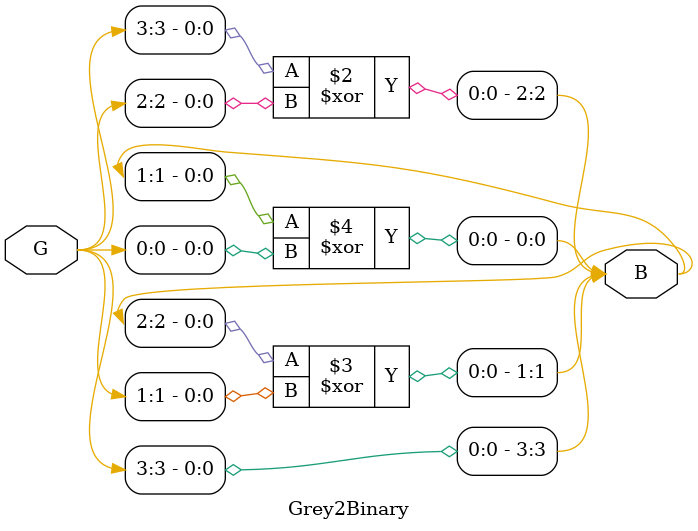
<source format=v>
module Grey2Binary(G, B);
	input wire [3:0] G;
	output reg [3:0] B;
	
	always @(*)
		begin
			B[3] = G[3];
			B[2] = B[3] ^ G[2];
			B[1] = B[2] ^ G[1];
			B[0] = B[1] ^ G[0];
		end
endmodule
</source>
